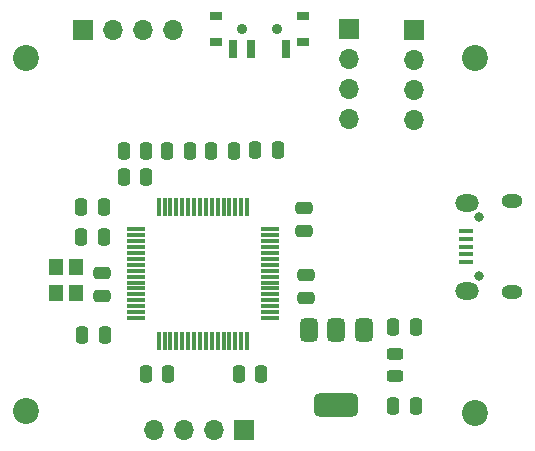
<source format=gbr>
%TF.GenerationSoftware,KiCad,Pcbnew,9.0.0*%
%TF.CreationDate,2025-04-21T09:04:46+10:00*%
%TF.ProjectId,SimplerFlight_v1,53696d70-6c65-4724-966c-696768745f76,rev?*%
%TF.SameCoordinates,Original*%
%TF.FileFunction,Soldermask,Top*%
%TF.FilePolarity,Negative*%
%FSLAX46Y46*%
G04 Gerber Fmt 4.6, Leading zero omitted, Abs format (unit mm)*
G04 Created by KiCad (PCBNEW 9.0.0) date 2025-04-21 09:04:46*
%MOMM*%
%LPD*%
G01*
G04 APERTURE LIST*
G04 Aperture macros list*
%AMRoundRect*
0 Rectangle with rounded corners*
0 $1 Rounding radius*
0 $2 $3 $4 $5 $6 $7 $8 $9 X,Y pos of 4 corners*
0 Add a 4 corners polygon primitive as box body*
4,1,4,$2,$3,$4,$5,$6,$7,$8,$9,$2,$3,0*
0 Add four circle primitives for the rounded corners*
1,1,$1+$1,$2,$3*
1,1,$1+$1,$4,$5*
1,1,$1+$1,$6,$7*
1,1,$1+$1,$8,$9*
0 Add four rect primitives between the rounded corners*
20,1,$1+$1,$2,$3,$4,$5,0*
20,1,$1+$1,$4,$5,$6,$7,0*
20,1,$1+$1,$6,$7,$8,$9,0*
20,1,$1+$1,$8,$9,$2,$3,0*%
G04 Aperture macros list end*
%ADD10RoundRect,0.250000X-0.475000X0.250000X-0.475000X-0.250000X0.475000X-0.250000X0.475000X0.250000X0*%
%ADD11C,2.200000*%
%ADD12RoundRect,0.250000X-0.250000X-0.475000X0.250000X-0.475000X0.250000X0.475000X-0.250000X0.475000X0*%
%ADD13RoundRect,0.075000X-0.700000X-0.075000X0.700000X-0.075000X0.700000X0.075000X-0.700000X0.075000X0*%
%ADD14RoundRect,0.075000X-0.075000X-0.700000X0.075000X-0.700000X0.075000X0.700000X-0.075000X0.700000X0*%
%ADD15RoundRect,0.375000X-0.375000X0.625000X-0.375000X-0.625000X0.375000X-0.625000X0.375000X0.625000X0*%
%ADD16RoundRect,0.500000X-1.400000X0.500000X-1.400000X-0.500000X1.400000X-0.500000X1.400000X0.500000X0*%
%ADD17RoundRect,0.250000X0.250000X0.475000X-0.250000X0.475000X-0.250000X-0.475000X0.250000X-0.475000X0*%
%ADD18RoundRect,0.243750X0.456250X-0.243750X0.456250X0.243750X-0.456250X0.243750X-0.456250X-0.243750X0*%
%ADD19R,1.700000X1.700000*%
%ADD20O,1.700000X1.700000*%
%ADD21O,0.800000X0.800000*%
%ADD22R,1.300000X0.450000*%
%ADD23O,1.800000X1.150000*%
%ADD24O,2.000000X1.450000*%
%ADD25R,1.000000X0.800000*%
%ADD26C,0.900000*%
%ADD27R,0.700000X1.500000*%
%ADD28RoundRect,0.250000X0.475000X-0.250000X0.475000X0.250000X-0.475000X0.250000X-0.475000X-0.250000X0*%
%ADD29R,1.200000X1.400000*%
G04 APERTURE END LIST*
D10*
%TO.C,C11*%
X107450000Y-82200000D03*
X107450000Y-84100000D03*
%TD*%
D11*
%TO.C,H1*%
X101000000Y-64000000D03*
%TD*%
D12*
%TO.C,C6*%
X109300000Y-74100000D03*
X111200000Y-74100000D03*
%TD*%
%TO.C,C1*%
X109300000Y-71850000D03*
X111200000Y-71850000D03*
%TD*%
D13*
%TO.C,U2*%
X110325000Y-78500000D03*
X110325000Y-79000000D03*
X110325000Y-79500000D03*
X110325000Y-80000000D03*
X110325000Y-80500000D03*
X110325000Y-81000000D03*
X110325000Y-81500000D03*
X110325000Y-82000000D03*
X110325000Y-82500000D03*
X110325000Y-83000000D03*
X110325000Y-83500000D03*
X110325000Y-84000000D03*
X110325000Y-84500000D03*
X110325000Y-85000000D03*
X110325000Y-85500000D03*
X110325000Y-86000000D03*
D14*
X112250000Y-87925000D03*
X112750000Y-87925000D03*
X113250000Y-87925000D03*
X113750000Y-87925000D03*
X114250000Y-87925000D03*
X114750000Y-87925000D03*
X115250000Y-87925000D03*
X115750000Y-87925000D03*
X116250000Y-87925000D03*
X116750000Y-87925000D03*
X117250000Y-87925000D03*
X117750000Y-87925000D03*
X118250000Y-87925000D03*
X118750000Y-87925000D03*
X119250000Y-87925000D03*
X119750000Y-87925000D03*
D13*
X121675000Y-86000000D03*
X121675000Y-85500000D03*
X121675000Y-85000000D03*
X121675000Y-84500000D03*
X121675000Y-84000000D03*
X121675000Y-83500000D03*
X121675000Y-83000000D03*
X121675000Y-82500000D03*
X121675000Y-82000000D03*
X121675000Y-81500000D03*
X121675000Y-81000000D03*
X121675000Y-80500000D03*
X121675000Y-80000000D03*
X121675000Y-79500000D03*
X121675000Y-79000000D03*
X121675000Y-78500000D03*
D14*
X119750000Y-76575000D03*
X119250000Y-76575000D03*
X118750000Y-76575000D03*
X118250000Y-76575000D03*
X117750000Y-76575000D03*
X117250000Y-76575000D03*
X116750000Y-76575000D03*
X116250000Y-76575000D03*
X115750000Y-76575000D03*
X115250000Y-76575000D03*
X114750000Y-76575000D03*
X114250000Y-76575000D03*
X113750000Y-76575000D03*
X113250000Y-76575000D03*
X112750000Y-76575000D03*
X112250000Y-76575000D03*
%TD*%
D15*
%TO.C,U1*%
X129600000Y-87050000D03*
X127300000Y-87050000D03*
D16*
X127300000Y-93350000D03*
D15*
X125000000Y-87050000D03*
%TD*%
D17*
%TO.C,R3*%
X114900000Y-71850000D03*
X113000000Y-71850000D03*
%TD*%
%TO.C,C5*%
X107600000Y-76600000D03*
X105700000Y-76600000D03*
%TD*%
D18*
%TO.C,D1*%
X132300000Y-90887500D03*
X132300000Y-89012500D03*
%TD*%
D12*
%TO.C,C8*%
X132100000Y-86800000D03*
X134000000Y-86800000D03*
%TD*%
D19*
%TO.C,J4*%
X105830000Y-61650000D03*
D20*
X108370000Y-61650000D03*
X110910000Y-61650000D03*
X113450000Y-61650000D03*
%TD*%
D10*
%TO.C,C2*%
X124600000Y-76700000D03*
X124600000Y-78600000D03*
%TD*%
D11*
%TO.C,H2*%
X139000000Y-64000000D03*
%TD*%
%TO.C,H4*%
X139000000Y-94000000D03*
%TD*%
D17*
%TO.C,C3*%
X113050000Y-90750000D03*
X111150000Y-90750000D03*
%TD*%
D11*
%TO.C,H3*%
X101000000Y-93900000D03*
%TD*%
D19*
%TO.C,J3*%
X128350000Y-61560000D03*
D20*
X128350000Y-64100000D03*
X128350000Y-66640000D03*
X128350000Y-69180000D03*
%TD*%
D17*
%TO.C,C4*%
X120950000Y-90750000D03*
X119050000Y-90750000D03*
%TD*%
%TO.C,R4*%
X118600000Y-71850000D03*
X116700000Y-71850000D03*
%TD*%
D19*
%TO.C,J2*%
X133850000Y-61580000D03*
D20*
X133850000Y-64120000D03*
X133850000Y-66660000D03*
X133850000Y-69200000D03*
%TD*%
D17*
%TO.C,C9*%
X107700000Y-87400000D03*
X105800000Y-87400000D03*
%TD*%
D21*
%TO.C,J1*%
X139395000Y-82450000D03*
X139395000Y-77450000D03*
D22*
X138295000Y-81250000D03*
X138295000Y-80600000D03*
X138295000Y-79950000D03*
X138295000Y-79300000D03*
X138295000Y-78650000D03*
D23*
X142145000Y-83825000D03*
D24*
X138345000Y-83675000D03*
X138345000Y-76225000D03*
D23*
X142145000Y-76075000D03*
%TD*%
D25*
%TO.C,SW1*%
X124450000Y-62610000D03*
X124450000Y-60400000D03*
D26*
X122300000Y-61500000D03*
X119300000Y-61500000D03*
D25*
X117150000Y-62610000D03*
X117150000Y-60400000D03*
D27*
X123050000Y-63260000D03*
X120050000Y-63260000D03*
X118550000Y-63260000D03*
%TD*%
D28*
%TO.C,C7*%
X124700000Y-84300000D03*
X124700000Y-82400000D03*
%TD*%
D17*
%TO.C,C10*%
X107600000Y-79125000D03*
X105700000Y-79125000D03*
%TD*%
%TO.C,R2*%
X122350000Y-71800000D03*
X120450000Y-71800000D03*
%TD*%
D29*
%TO.C,Y1*%
X103550000Y-81650000D03*
X103550000Y-83850000D03*
X105250000Y-83850000D03*
X105250000Y-81650000D03*
%TD*%
D12*
%TO.C,R1*%
X132100000Y-93450000D03*
X134000000Y-93450000D03*
%TD*%
D19*
%TO.C,J5*%
X119500000Y-95500000D03*
D20*
X116960000Y-95500000D03*
X114420000Y-95500000D03*
X111880000Y-95500000D03*
%TD*%
M02*

</source>
